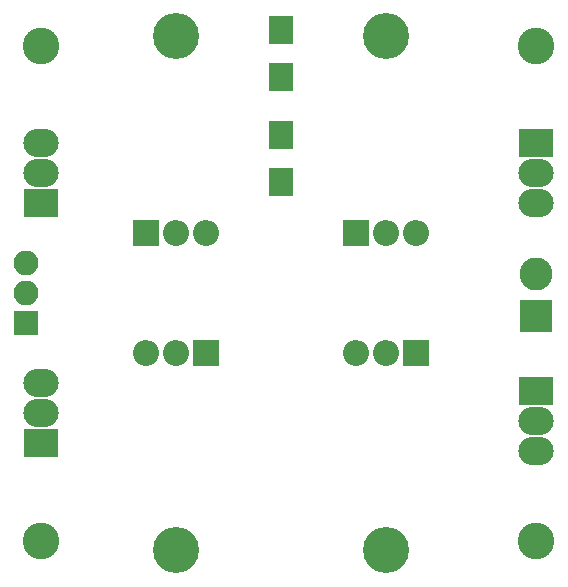
<source format=gbr>
G04 #@! TF.FileFunction,Soldermask,Top*
%FSLAX46Y46*%
G04 Gerber Fmt 4.6, Leading zero omitted, Abs format (unit mm)*
G04 Created by KiCad (PCBNEW 4.0.7) date Tuesday, March 06, 2018 'PMt' 10:16:58 PM*
%MOMM*%
%LPD*%
G01*
G04 APERTURE LIST*
%ADD10C,0.100000*%
%ADD11O,3.900000X3.900000*%
%ADD12R,2.200000X2.200000*%
%ADD13O,2.200000X2.200000*%
%ADD14R,2.100000X2.400000*%
%ADD15R,2.100000X2.100000*%
%ADD16O,2.100000X2.100000*%
%ADD17C,2.800000*%
%ADD18R,2.800000X2.800000*%
%ADD19C,3.100000*%
%ADD20R,3.000000X2.400000*%
%ADD21O,3.000000X2.400000*%
G04 APERTURE END LIST*
D10*
D11*
X124460000Y-62715000D03*
D12*
X121920000Y-79375000D03*
D13*
X124460000Y-79375000D03*
X127000000Y-79375000D03*
D11*
X142240000Y-106195000D03*
D12*
X144780000Y-89535000D03*
D13*
X142240000Y-89535000D03*
X139700000Y-89535000D03*
D14*
X133350000Y-62135000D03*
X133350000Y-66135000D03*
D15*
X111760000Y-86995000D03*
D16*
X111760000Y-84455000D03*
X111760000Y-81915000D03*
D17*
X154940000Y-82860000D03*
D18*
X154940000Y-86360000D03*
D14*
X133350000Y-71025000D03*
X133350000Y-75025000D03*
D11*
X142240000Y-62715000D03*
D12*
X139700000Y-79375000D03*
D13*
X142240000Y-79375000D03*
X144780000Y-79375000D03*
D11*
X124460000Y-106195000D03*
D12*
X127000000Y-89535000D03*
D13*
X124460000Y-89535000D03*
X121920000Y-89535000D03*
D19*
X154940000Y-63500000D03*
X113030000Y-63500000D03*
X113030000Y-105410000D03*
X154940000Y-105410000D03*
D20*
X113030000Y-76835000D03*
D21*
X113030000Y-74295000D03*
X113030000Y-71755000D03*
D20*
X154940000Y-71755000D03*
D21*
X154940000Y-74295000D03*
X154940000Y-76835000D03*
D20*
X113030000Y-97155000D03*
D21*
X113030000Y-94615000D03*
X113030000Y-92075000D03*
D20*
X154940000Y-92710000D03*
D21*
X154940000Y-95250000D03*
X154940000Y-97790000D03*
M02*

</source>
